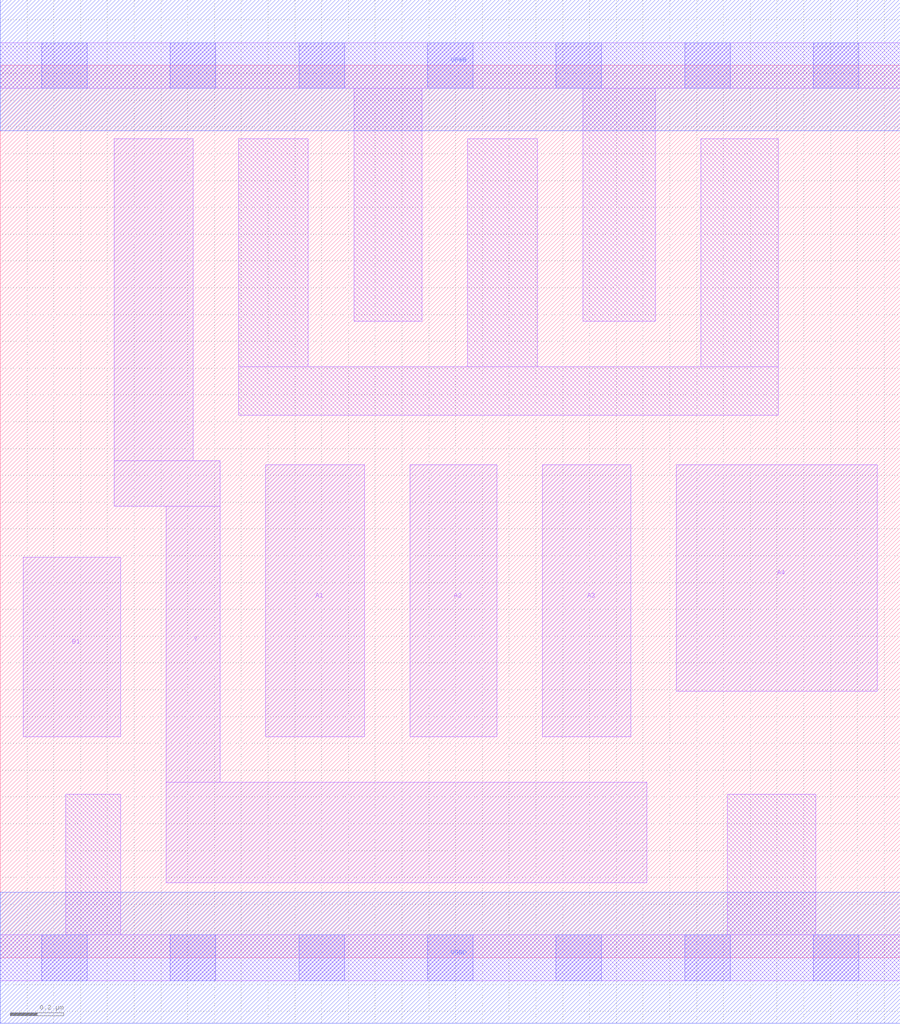
<source format=lef>
# Copyright 2020 The SkyWater PDK Authors
#
# Licensed under the Apache License, Version 2.0 (the "License");
# you may not use this file except in compliance with the License.
# You may obtain a copy of the License at
#
#     https://www.apache.org/licenses/LICENSE-2.0
#
# Unless required by applicable law or agreed to in writing, software
# distributed under the License is distributed on an "AS IS" BASIS,
# WITHOUT WARRANTIES OR CONDITIONS OF ANY KIND, either express or implied.
# See the License for the specific language governing permissions and
# limitations under the License.
#
# SPDX-License-Identifier: Apache-2.0

VERSION 5.7 ;
  NOWIREEXTENSIONATPIN ON ;
  DIVIDERCHAR "/" ;
  BUSBITCHARS "[]" ;
UNITS
  DATABASE MICRONS 200 ;
END UNITS
MACRO sky130_fd_sc_lp__a41oi_0
  CLASS CORE ;
  FOREIGN sky130_fd_sc_lp__a41oi_0 ;
  ORIGIN  0.000000  0.000000 ;
  SIZE  3.360000 BY  3.330000 ;
  SYMMETRY X Y R90 ;
  SITE unit ;
  PIN A1
    ANTENNAGATEAREA  0.159000 ;
    DIRECTION INPUT ;
    USE SIGNAL ;
    PORT
      LAYER li1 ;
        RECT 0.990000 0.825000 1.360000 1.840000 ;
    END
  END A1
  PIN A2
    ANTENNAGATEAREA  0.159000 ;
    DIRECTION INPUT ;
    USE SIGNAL ;
    PORT
      LAYER li1 ;
        RECT 1.530000 0.825000 1.855000 1.840000 ;
    END
  END A2
  PIN A3
    ANTENNAGATEAREA  0.159000 ;
    DIRECTION INPUT ;
    USE SIGNAL ;
    PORT
      LAYER li1 ;
        RECT 2.025000 0.825000 2.355000 1.840000 ;
    END
  END A3
  PIN A4
    ANTENNAGATEAREA  0.159000 ;
    DIRECTION INPUT ;
    USE SIGNAL ;
    PORT
      LAYER li1 ;
        RECT 2.525000 0.995000 3.275000 1.840000 ;
    END
  END A4
  PIN B1
    ANTENNAGATEAREA  0.159000 ;
    DIRECTION INPUT ;
    USE SIGNAL ;
    PORT
      LAYER li1 ;
        RECT 0.085000 0.825000 0.450000 1.495000 ;
    END
  END B1
  PIN Y
    ANTENNADIFFAREA  0.320800 ;
    DIRECTION OUTPUT ;
    USE SIGNAL ;
    PORT
      LAYER li1 ;
        RECT 0.425000 1.685000 0.820000 1.855000 ;
        RECT 0.425000 1.855000 0.720000 3.055000 ;
        RECT 0.620000 0.280000 2.415000 0.655000 ;
        RECT 0.620000 0.655000 0.820000 1.685000 ;
    END
  END Y
  PIN VGND
    DIRECTION INOUT ;
    USE GROUND ;
    PORT
      LAYER met1 ;
        RECT 0.000000 -0.245000 3.360000 0.245000 ;
    END
  END VGND
  PIN VPWR
    DIRECTION INOUT ;
    USE POWER ;
    PORT
      LAYER met1 ;
        RECT 0.000000 3.085000 3.360000 3.575000 ;
    END
  END VPWR
  OBS
    LAYER li1 ;
      RECT 0.000000 -0.085000 3.360000 0.085000 ;
      RECT 0.000000  3.245000 3.360000 3.415000 ;
      RECT 0.245000  0.085000 0.450000 0.610000 ;
      RECT 0.890000  2.025000 2.905000 2.205000 ;
      RECT 0.890000  2.205000 1.150000 3.055000 ;
      RECT 1.320000  2.375000 1.575000 3.245000 ;
      RECT 1.745000  2.205000 2.005000 3.055000 ;
      RECT 2.175000  2.375000 2.445000 3.245000 ;
      RECT 2.615000  2.205000 2.905000 3.055000 ;
      RECT 2.715000  0.085000 3.045000 0.610000 ;
    LAYER mcon ;
      RECT 0.155000 -0.085000 0.325000 0.085000 ;
      RECT 0.155000  3.245000 0.325000 3.415000 ;
      RECT 0.635000 -0.085000 0.805000 0.085000 ;
      RECT 0.635000  3.245000 0.805000 3.415000 ;
      RECT 1.115000 -0.085000 1.285000 0.085000 ;
      RECT 1.115000  3.245000 1.285000 3.415000 ;
      RECT 1.595000 -0.085000 1.765000 0.085000 ;
      RECT 1.595000  3.245000 1.765000 3.415000 ;
      RECT 2.075000 -0.085000 2.245000 0.085000 ;
      RECT 2.075000  3.245000 2.245000 3.415000 ;
      RECT 2.555000 -0.085000 2.725000 0.085000 ;
      RECT 2.555000  3.245000 2.725000 3.415000 ;
      RECT 3.035000 -0.085000 3.205000 0.085000 ;
      RECT 3.035000  3.245000 3.205000 3.415000 ;
  END
END sky130_fd_sc_lp__a41oi_0
END LIBRARY

</source>
